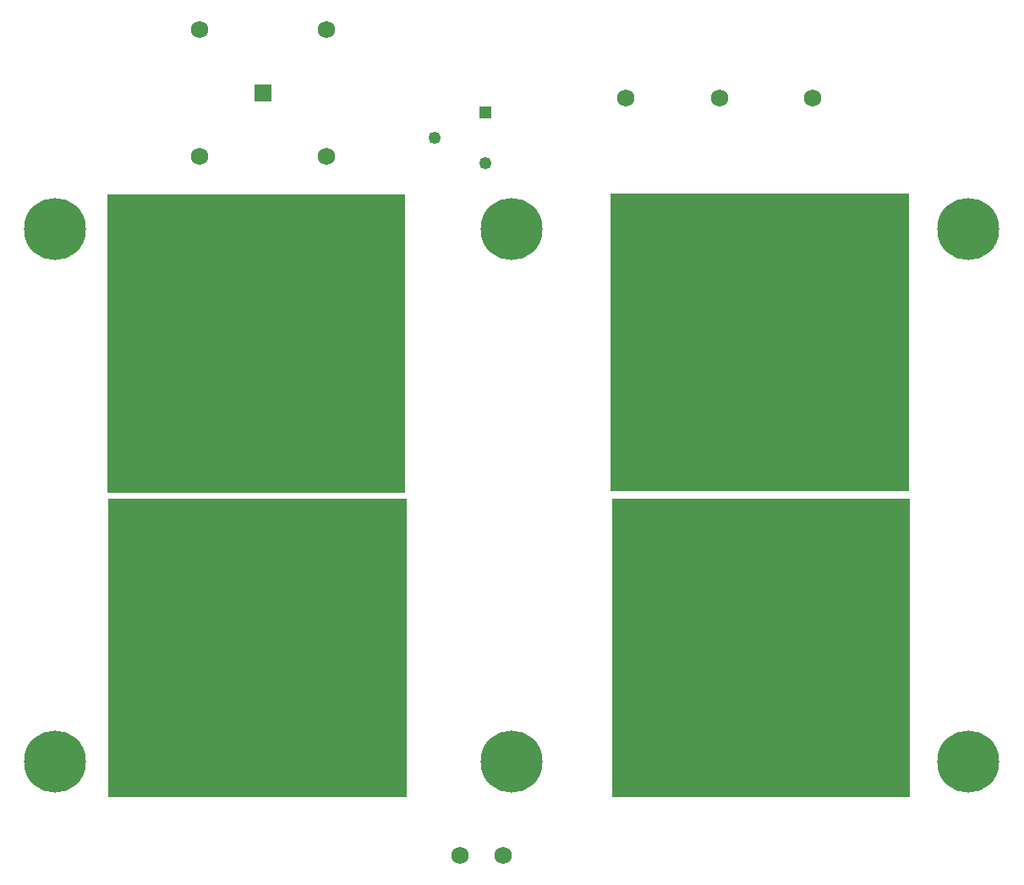
<source format=gbs>
G04*
G04 #@! TF.GenerationSoftware,Altium Limited,Altium Designer,21.4.1 (30)*
G04*
G04 Layer_Color=16711935*
%FSLAX25Y25*%
%MOIN*%
G70*
G04*
G04 #@! TF.SameCoordinates,FB31E628-B40C-45E7-AE42-562EE5F46966*
G04*
G04*
G04 #@! TF.FilePolarity,Negative*
G04*
G01*
G75*
%ADD22C,0.06890*%
%ADD23R,0.06890X0.06890*%
%ADD24C,0.06800*%
%ADD25C,0.04921*%
%ADD26R,0.04921X0.04921*%
%ADD27C,0.02300*%
%ADD28C,0.24422*%
G36*
X386000Y152500D02*
X268500D01*
Y270000D01*
X386000D01*
Y152500D01*
D02*
G37*
G36*
X385500Y272500D02*
X268000D01*
Y390000D01*
X385500D01*
Y272500D01*
D02*
G37*
G36*
X584500Y152500D02*
X467000D01*
Y270000D01*
X584500D01*
Y152500D01*
D02*
G37*
G36*
X584000Y273000D02*
X466500D01*
Y390500D01*
X584000D01*
Y273000D01*
D02*
G37*
D22*
X354500Y405000D02*
D03*
X304500D02*
D03*
X354500Y455000D02*
D03*
X304500D02*
D03*
D23*
X329500Y430000D02*
D03*
D24*
X424000Y129500D02*
D03*
X407000D02*
D03*
X546000Y428000D02*
D03*
X509250D02*
D03*
X472500D02*
D03*
D25*
X397000Y412500D02*
D03*
X417000Y402500D02*
D03*
D26*
Y422500D02*
D03*
D27*
X507000Y349500D02*
D03*
Y344214D02*
D03*
Y338929D02*
D03*
Y333643D02*
D03*
Y328357D02*
D03*
Y323071D02*
D03*
Y317786D02*
D03*
Y312500D02*
D03*
X512000D02*
D03*
Y317786D02*
D03*
Y323071D02*
D03*
Y328357D02*
D03*
Y333643D02*
D03*
Y338929D02*
D03*
Y344214D02*
D03*
Y349500D02*
D03*
X517000Y312500D02*
D03*
Y317786D02*
D03*
Y323071D02*
D03*
Y328357D02*
D03*
Y333643D02*
D03*
Y338929D02*
D03*
Y344214D02*
D03*
Y349500D02*
D03*
X522000Y312500D02*
D03*
Y317786D02*
D03*
Y323071D02*
D03*
Y328357D02*
D03*
Y333643D02*
D03*
Y338929D02*
D03*
Y344214D02*
D03*
Y349500D02*
D03*
X527500Y312500D02*
D03*
Y317786D02*
D03*
Y323071D02*
D03*
Y328357D02*
D03*
Y333643D02*
D03*
Y338929D02*
D03*
Y344214D02*
D03*
Y349500D02*
D03*
X508000Y229500D02*
D03*
Y224214D02*
D03*
Y218929D02*
D03*
Y213643D02*
D03*
Y208357D02*
D03*
Y203071D02*
D03*
Y197786D02*
D03*
Y192500D02*
D03*
X513000D02*
D03*
Y197786D02*
D03*
Y203071D02*
D03*
Y208357D02*
D03*
Y213643D02*
D03*
Y218929D02*
D03*
Y224214D02*
D03*
Y229500D02*
D03*
X518000Y192500D02*
D03*
Y197786D02*
D03*
Y203071D02*
D03*
Y208357D02*
D03*
Y213643D02*
D03*
Y218929D02*
D03*
Y224214D02*
D03*
Y229500D02*
D03*
X523000Y192500D02*
D03*
Y197786D02*
D03*
Y203071D02*
D03*
Y208357D02*
D03*
Y213643D02*
D03*
Y218929D02*
D03*
Y224214D02*
D03*
Y229500D02*
D03*
X528500Y192500D02*
D03*
Y197786D02*
D03*
Y203071D02*
D03*
Y208357D02*
D03*
Y213643D02*
D03*
Y218929D02*
D03*
Y224214D02*
D03*
Y229500D02*
D03*
X325000Y231000D02*
D03*
Y225714D02*
D03*
Y220428D02*
D03*
Y215143D02*
D03*
Y209857D02*
D03*
Y204571D02*
D03*
Y199286D02*
D03*
Y194000D02*
D03*
X330000D02*
D03*
Y199286D02*
D03*
Y204571D02*
D03*
Y209857D02*
D03*
Y215143D02*
D03*
Y220428D02*
D03*
Y225714D02*
D03*
Y231000D02*
D03*
X335000Y194000D02*
D03*
Y199286D02*
D03*
Y204571D02*
D03*
Y209857D02*
D03*
Y215143D02*
D03*
Y220428D02*
D03*
Y225714D02*
D03*
Y231000D02*
D03*
X340000Y194000D02*
D03*
Y199286D02*
D03*
Y204571D02*
D03*
Y209857D02*
D03*
Y215143D02*
D03*
Y220428D02*
D03*
Y225714D02*
D03*
Y231000D02*
D03*
X345500Y194000D02*
D03*
Y199286D02*
D03*
Y204571D02*
D03*
Y209857D02*
D03*
Y215143D02*
D03*
Y220428D02*
D03*
Y225714D02*
D03*
Y231000D02*
D03*
X345000Y348500D02*
D03*
Y343214D02*
D03*
Y337929D02*
D03*
Y332643D02*
D03*
Y327357D02*
D03*
Y322071D02*
D03*
Y316786D02*
D03*
Y311500D02*
D03*
X339500Y348500D02*
D03*
Y343214D02*
D03*
Y337929D02*
D03*
Y332643D02*
D03*
Y327357D02*
D03*
Y322071D02*
D03*
Y316786D02*
D03*
Y311500D02*
D03*
X334500Y348500D02*
D03*
Y343214D02*
D03*
Y337929D02*
D03*
Y332643D02*
D03*
Y327357D02*
D03*
Y322071D02*
D03*
Y316786D02*
D03*
Y311500D02*
D03*
X329500Y348500D02*
D03*
Y343214D02*
D03*
Y337929D02*
D03*
Y332643D02*
D03*
Y327357D02*
D03*
Y322071D02*
D03*
Y316786D02*
D03*
Y311500D02*
D03*
X324500D02*
D03*
Y316786D02*
D03*
Y322071D02*
D03*
Y327357D02*
D03*
Y332643D02*
D03*
Y337929D02*
D03*
Y343214D02*
D03*
Y348500D02*
D03*
D28*
X247500Y376500D02*
D03*
X427500D02*
D03*
X607500D02*
D03*
Y166500D02*
D03*
X427500D02*
D03*
X247500D02*
D03*
M02*

</source>
